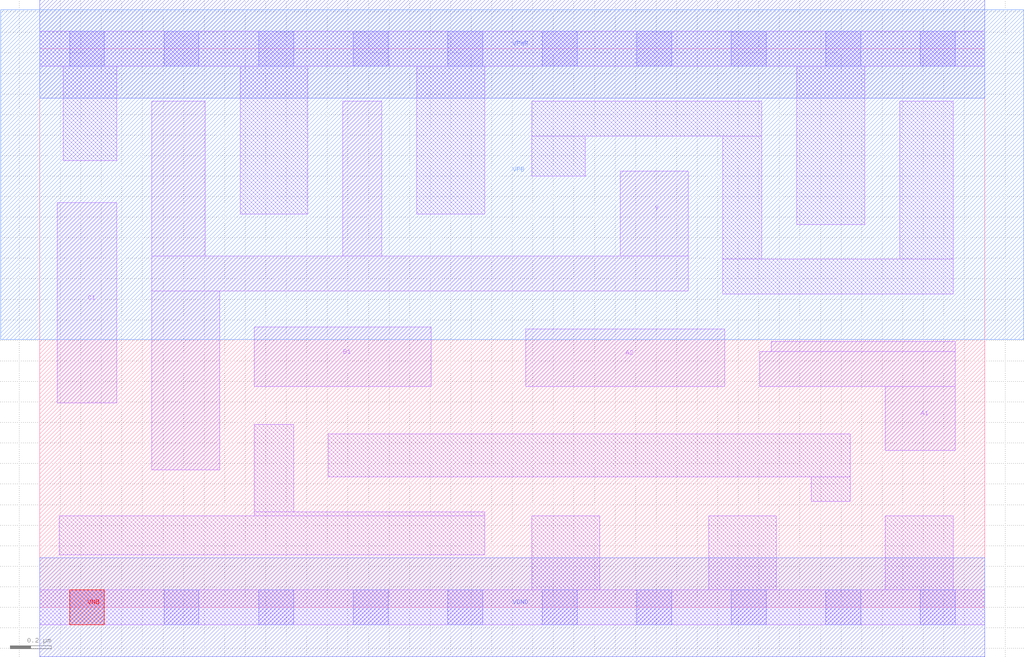
<source format=lef>
# Copyright 2020 The SkyWater PDK Authors
#
# Licensed under the Apache License, Version 2.0 (the "License");
# you may not use this file except in compliance with the License.
# You may obtain a copy of the License at
#
#     https://www.apache.org/licenses/LICENSE-2.0
#
# Unless required by applicable law or agreed to in writing, software
# distributed under the License is distributed on an "AS IS" BASIS,
# WITHOUT WARRANTIES OR CONDITIONS OF ANY KIND, either express or implied.
# See the License for the specific language governing permissions and
# limitations under the License.
#
# SPDX-License-Identifier: Apache-2.0

VERSION 5.7 ;
  NOWIREEXTENSIONATPIN ON ;
  DIVIDERCHAR "/" ;
  BUSBITCHARS "[]" ;
MACRO sky130_fd_sc_hd__o211ai_2
  CLASS CORE ;
  FOREIGN sky130_fd_sc_hd__o211ai_2 ;
  ORIGIN  0.000000  0.000000 ;
  SIZE  4.600000 BY  2.720000 ;
  SYMMETRY X Y R90 ;
  SITE unithd ;
  PIN A1
    ANTENNAGATEAREA  0.495000 ;
    DIRECTION INPUT ;
    USE SIGNAL ;
    PORT
      LAYER li1 ;
        RECT 3.505000 1.075000 4.455000 1.245000 ;
        RECT 3.560000 1.245000 4.455000 1.295000 ;
        RECT 4.115000 0.765000 4.455000 1.075000 ;
    END
  END A1
  PIN A2
    ANTENNAGATEAREA  0.495000 ;
    DIRECTION INPUT ;
    USE SIGNAL ;
    PORT
      LAYER li1 ;
        RECT 2.365000 1.075000 3.335000 1.355000 ;
    END
  END A2
  PIN B1
    ANTENNAGATEAREA  0.495000 ;
    DIRECTION INPUT ;
    USE SIGNAL ;
    PORT
      LAYER li1 ;
        RECT 1.045000 1.075000 1.905000 1.365000 ;
    END
  END B1
  PIN C1
    ANTENNAGATEAREA  0.495000 ;
    DIRECTION INPUT ;
    USE SIGNAL ;
    PORT
      LAYER li1 ;
        RECT 0.085000 0.995000 0.375000 1.970000 ;
    END
  END C1
  PIN Y
    ANTENNADIFFAREA  1.022000 ;
    DIRECTION OUTPUT ;
    USE SIGNAL ;
    PORT
      LAYER li1 ;
        RECT 0.545000 0.670000 0.875000 1.540000 ;
        RECT 0.545000 1.540000 3.155000 1.710000 ;
        RECT 0.545000 1.710000 0.805000 2.465000 ;
        RECT 1.475000 1.710000 1.665000 2.465000 ;
        RECT 2.825000 1.710000 3.155000 2.125000 ;
    END
  END Y
  PIN VGND
    DIRECTION INOUT ;
    SHAPE ABUTMENT ;
    USE GROUND ;
    PORT
      LAYER met1 ;
        RECT 0.000000 -0.240000 4.600000 0.240000 ;
    END
  END VGND
  PIN VNB
    DIRECTION INOUT ;
    USE GROUND ;
    PORT
      LAYER pwell ;
        RECT 0.145000 -0.085000 0.315000 0.085000 ;
    END
  END VNB
  PIN VPB
    DIRECTION INOUT ;
    USE POWER ;
    PORT
      LAYER nwell ;
        RECT -0.190000 1.305000 4.790000 2.910000 ;
    END
  END VPB
  PIN VPWR
    DIRECTION INOUT ;
    SHAPE ABUTMENT ;
    USE POWER ;
    PORT
      LAYER met1 ;
        RECT 0.000000 2.480000 4.600000 2.960000 ;
    END
  END VPWR
  OBS
    LAYER li1 ;
      RECT 0.000000 -0.085000 4.600000 0.085000 ;
      RECT 0.000000  2.635000 4.600000 2.805000 ;
      RECT 0.095000  0.255000 2.165000 0.445000 ;
      RECT 0.115000  2.175000 0.375000 2.635000 ;
      RECT 0.975000  1.915000 1.305000 2.635000 ;
      RECT 1.045000  0.445000 2.165000 0.465000 ;
      RECT 1.045000  0.465000 1.235000 0.890000 ;
      RECT 1.405000  0.635000 3.945000 0.845000 ;
      RECT 1.835000  1.915000 2.165000 2.635000 ;
      RECT 2.395000  0.085000 2.725000 0.445000 ;
      RECT 2.395000  2.100000 2.655000 2.295000 ;
      RECT 2.395000  2.295000 3.515000 2.465000 ;
      RECT 3.255000  0.085000 3.585000 0.445000 ;
      RECT 3.325000  1.525000 4.445000 1.695000 ;
      RECT 3.325000  1.695000 3.515000 2.295000 ;
      RECT 3.685000  1.865000 4.015000 2.635000 ;
      RECT 3.755000  0.515000 3.945000 0.635000 ;
      RECT 4.115000  0.085000 4.445000 0.445000 ;
      RECT 4.185000  1.695000 4.445000 2.465000 ;
    LAYER mcon ;
      RECT 0.145000 -0.085000 0.315000 0.085000 ;
      RECT 0.145000  2.635000 0.315000 2.805000 ;
      RECT 0.605000 -0.085000 0.775000 0.085000 ;
      RECT 0.605000  2.635000 0.775000 2.805000 ;
      RECT 1.065000 -0.085000 1.235000 0.085000 ;
      RECT 1.065000  2.635000 1.235000 2.805000 ;
      RECT 1.525000 -0.085000 1.695000 0.085000 ;
      RECT 1.525000  2.635000 1.695000 2.805000 ;
      RECT 1.985000 -0.085000 2.155000 0.085000 ;
      RECT 1.985000  2.635000 2.155000 2.805000 ;
      RECT 2.445000 -0.085000 2.615000 0.085000 ;
      RECT 2.445000  2.635000 2.615000 2.805000 ;
      RECT 2.905000 -0.085000 3.075000 0.085000 ;
      RECT 2.905000  2.635000 3.075000 2.805000 ;
      RECT 3.365000 -0.085000 3.535000 0.085000 ;
      RECT 3.365000  2.635000 3.535000 2.805000 ;
      RECT 3.825000 -0.085000 3.995000 0.085000 ;
      RECT 3.825000  2.635000 3.995000 2.805000 ;
      RECT 4.285000 -0.085000 4.455000 0.085000 ;
      RECT 4.285000  2.635000 4.455000 2.805000 ;
  END
END sky130_fd_sc_hd__o211ai_2
END LIBRARY

</source>
